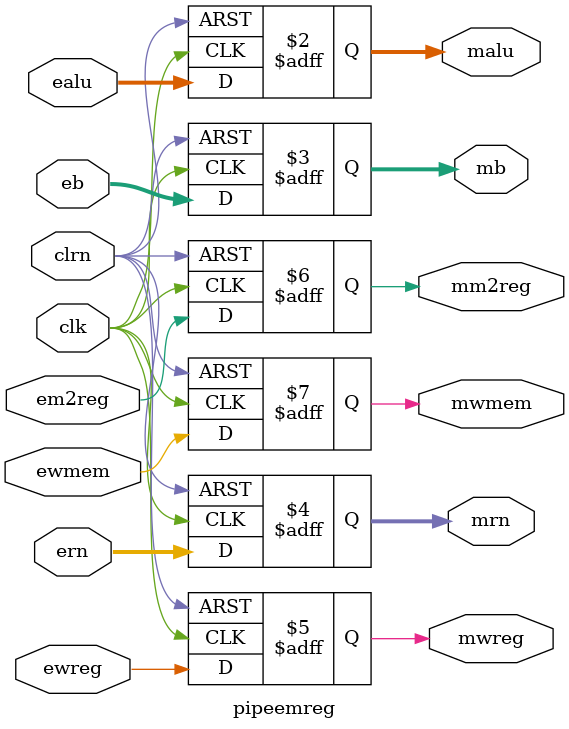
<source format=v>
module pipeemreg(ewreg, em2reg, ewmem, ealu, eb, ern, clk, clrn, mwreg, 
	             mm2reg, mwmem, malu, mb, mrn);

	input [31:0] ealu, eb;
	input [4:0]  ern;
	input        ewreg, em2reg, ewmem;
	input        clk, clrn;

	output [31:0] malu, mb;
	output [4:0]  mrn;
	output        mwreg, mm2reg, mwmem;

	reg [31:0]    malu, mb;
	reg [4:0]     mrn;
	reg           mwreg, mm2reg, mwmem;

	always @(posedge clrn or posedge clk) begin
		if (clrn)begin
			mwreg <= 0;
			mm2reg <= 0;
			mwmem <= 0;
			malu <= 0;
			mb <= 0;
			mrn <= 0;
		end
		else  begin

			mwreg <= ewreg;
			mm2reg <= em2reg;
			mwmem <= ewmem;
			malu <= ealu;
			mb <= eb;
			mrn <= ern;
			
		end
	end
endmodule



</source>
